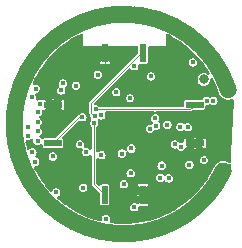
<source format=gtl>
G04 #@! TF.GenerationSoftware,KiCad,Pcbnew,(7.0.0-0)*
G04 #@! TF.CreationDate,2024-02-23T22:29:39+08:00*
G04 #@! TF.ProjectId,Revolute,5265766f-6c75-4746-952e-6b696361645f,rev?*
G04 #@! TF.SameCoordinates,Original*
G04 #@! TF.FileFunction,Copper,L1,Top*
G04 #@! TF.FilePolarity,Positive*
%FSLAX46Y46*%
G04 Gerber Fmt 4.6, Leading zero omitted, Abs format (unit mm)*
G04 Created by KiCad (PCBNEW (7.0.0-0)) date 2024-02-23 22:29:39*
%MOMM*%
%LPD*%
G01*
G04 APERTURE LIST*
G04 Aperture macros list*
%AMRoundRect*
0 Rectangle with rounded corners*
0 $1 Rounding radius*
0 $2 $3 $4 $5 $6 $7 $8 $9 X,Y pos of 4 corners*
0 Add a 4 corners polygon primitive as box body*
4,1,4,$2,$3,$4,$5,$6,$7,$8,$9,$2,$3,0*
0 Add four circle primitives for the rounded corners*
1,1,$1+$1,$2,$3*
1,1,$1+$1,$4,$5*
1,1,$1+$1,$6,$7*
1,1,$1+$1,$8,$9*
0 Add four rect primitives between the rounded corners*
20,1,$1+$1,$2,$3,$4,$5,0*
20,1,$1+$1,$4,$5,$6,$7,0*
20,1,$1+$1,$6,$7,$8,$9,0*
20,1,$1+$1,$8,$9,$2,$3,0*%
G04 Aperture macros list end*
G04 #@! TA.AperFunction,NonConductor*
%ADD10C,1.400000*%
G04 #@! TD*
G04 #@! TA.AperFunction,SMDPad,CuDef*
%ADD11RoundRect,0.030000X0.245000X-0.720000X0.245000X0.720000X-0.245000X0.720000X-0.245000X-0.720000X0*%
G04 #@! TD*
G04 #@! TA.AperFunction,SMDPad,CuDef*
%ADD12RoundRect,0.030000X0.720000X0.245000X-0.720000X0.245000X-0.720000X-0.245000X0.720000X-0.245000X0*%
G04 #@! TD*
G04 #@! TA.AperFunction,SMDPad,CuDef*
%ADD13RoundRect,0.030000X-0.245000X0.720000X-0.245000X-0.720000X0.245000X-0.720000X0.245000X0.720000X0*%
G04 #@! TD*
G04 #@! TA.AperFunction,SMDPad,CuDef*
%ADD14RoundRect,0.030000X-0.720000X-0.245000X0.720000X-0.245000X0.720000X0.245000X-0.720000X0.245000X0*%
G04 #@! TD*
G04 #@! TA.AperFunction,ViaPad*
%ADD15C,0.450000*%
G04 #@! TD*
G04 #@! TA.AperFunction,ViaPad*
%ADD16C,0.800000*%
G04 #@! TD*
G04 #@! TA.AperFunction,Conductor*
%ADD17C,0.100000*%
G04 #@! TD*
G04 APERTURE END LIST*
D10*
X179837312Y-92103248D02*
G75*
G03*
X170999959Y-85700040I-8837312J-2896752D01*
G01*
X170999959Y-85700041D02*
G75*
G03*
X179408767Y-98972690I1J-9299999D01*
G01*
D11*
X169375000Y-89000000D03*
X172625000Y-89000000D03*
D12*
X177000000Y-96625000D03*
X177000000Y-93375000D03*
D13*
X172625000Y-101000000D03*
X169375000Y-101000000D03*
D14*
X165000000Y-93375000D03*
X165000000Y-96625000D03*
D15*
X164860188Y-98320188D03*
X176974773Y-102514392D03*
X175075000Y-101800000D03*
X180150000Y-92200000D03*
X162530000Y-98190000D03*
X162170000Y-97260000D03*
X173070000Y-101600000D03*
X163002637Y-90024235D03*
X169700000Y-98550000D03*
X164930000Y-100200000D03*
X169450000Y-90200000D03*
X179911016Y-98562057D03*
X174794755Y-103788534D03*
X165190000Y-91647017D03*
X173847847Y-104118323D03*
X179003299Y-100302672D03*
X171197360Y-104516761D03*
X166164828Y-88520000D03*
X177728879Y-101845893D03*
X167764828Y-90914500D03*
X165820000Y-101120000D03*
X173042312Y-91762312D03*
X177280000Y-96930000D03*
D16*
X175240000Y-88600000D03*
D15*
X165485188Y-93614812D03*
X179505160Y-99451662D03*
X171570000Y-99170000D03*
X174075000Y-99550000D03*
X165257553Y-100780442D03*
X163705500Y-94005610D03*
X163490000Y-98190000D03*
X170350000Y-92300000D03*
X167829500Y-97390877D03*
X166950000Y-91750000D03*
D16*
X177770000Y-91230000D03*
D15*
X171875000Y-102050000D03*
X175325000Y-96725000D03*
X163250000Y-97400000D03*
X163199979Y-92750054D03*
X173725000Y-95150000D03*
X173206347Y-95424500D03*
X163893472Y-93316129D03*
X174800000Y-99600000D03*
X167550000Y-100400000D03*
X171000000Y-100100000D03*
X169480000Y-103044502D03*
X173300000Y-90975000D03*
X174675000Y-95050000D03*
X176850000Y-89775000D03*
X173650000Y-94525000D03*
X178000000Y-93050000D03*
X171875000Y-90100000D03*
X178570000Y-93050000D03*
X170825000Y-97500000D03*
X175775000Y-95250000D03*
X163705500Y-95634390D03*
X162878125Y-95220000D03*
X176400000Y-95275000D03*
X171625000Y-97075000D03*
X177782947Y-98050500D03*
X163705500Y-94834390D03*
X175831146Y-96938938D03*
X163521115Y-92010576D03*
X169075498Y-94270000D03*
X165695578Y-92150000D03*
X165850000Y-91550000D03*
X168795000Y-90825000D03*
X167283750Y-96707446D03*
X169095000Y-97637500D03*
X171520000Y-92810000D03*
X164990000Y-97753518D03*
X168620000Y-93750000D03*
X167478125Y-94420000D03*
X168531500Y-94347580D03*
X163689290Y-96424268D03*
X174202934Y-98520019D03*
X176550000Y-98450000D03*
X162878125Y-96020000D03*
X168476199Y-94932946D03*
D17*
X169375000Y-90125000D02*
X169450000Y-90200000D01*
X169375000Y-89000000D02*
X169375000Y-90125000D01*
X176625000Y-93750000D02*
X177000000Y-93375000D01*
X168620000Y-93750000D02*
X176625000Y-93750000D01*
X167205000Y-94420000D02*
X165000000Y-96625000D01*
X167478125Y-94420000D02*
X167205000Y-94420000D01*
X168245000Y-94061080D02*
X168531500Y-94347580D01*
X172444669Y-89000000D02*
X168245000Y-93199669D01*
X168245000Y-93199669D02*
X168245000Y-94061080D01*
X172625000Y-89000000D02*
X172444669Y-89000000D01*
X168476199Y-94932946D02*
X168476199Y-100101199D01*
X168476199Y-100101199D02*
X169233579Y-100858579D01*
G04 #@! TA.AperFunction,Conductor*
G36*
X167472399Y-87368615D02*
G01*
X167514650Y-87413579D01*
X167530000Y-87473339D01*
X167530000Y-88420000D01*
X169097191Y-88420000D01*
X169144644Y-88429439D01*
X169184872Y-88456319D01*
X169363457Y-88634904D01*
X169375000Y-88641568D01*
X169386542Y-88634904D01*
X169565128Y-88456319D01*
X169605356Y-88429439D01*
X169652809Y-88420000D01*
X172095500Y-88420000D01*
X172157500Y-88436613D01*
X172202887Y-88482000D01*
X172219500Y-88544000D01*
X172219500Y-88918542D01*
X172210061Y-88965995D01*
X172183181Y-89006223D01*
X168136933Y-93052469D01*
X168119698Y-93066834D01*
X168118242Y-93067838D01*
X168118239Y-93067840D01*
X168105850Y-93076393D01*
X168098852Y-93089724D01*
X168098850Y-93089728D01*
X168089445Y-93107647D01*
X168085771Y-93114162D01*
X168073185Y-93134983D01*
X168067515Y-93144363D01*
X168067168Y-93150095D01*
X168064500Y-93155180D01*
X168064500Y-93166146D01*
X168064500Y-93190472D01*
X168064274Y-93197957D01*
X168062144Y-93233179D01*
X168062023Y-93233171D01*
X168061826Y-93238414D01*
X168064500Y-93238414D01*
X168064500Y-94033408D01*
X168062469Y-94055759D01*
X168059437Y-94072305D01*
X168063916Y-94086680D01*
X168063917Y-94086683D01*
X168069934Y-94105993D01*
X168071945Y-94113206D01*
X168077767Y-94136829D01*
X168077769Y-94136833D01*
X168080392Y-94147473D01*
X168084200Y-94151772D01*
X168085909Y-94157254D01*
X168093661Y-94165005D01*
X168093661Y-94165006D01*
X168110852Y-94182197D01*
X168115986Y-94187650D01*
X168139396Y-94214074D01*
X168137546Y-94215712D01*
X168167375Y-94252168D01*
X168175872Y-94320399D01*
X168173095Y-94337935D01*
X168173095Y-94337945D01*
X168171569Y-94347580D01*
X168173095Y-94357215D01*
X168173095Y-94357219D01*
X168187657Y-94449162D01*
X168187658Y-94449166D01*
X168189185Y-94458805D01*
X168235506Y-94549715D01*
X168248852Y-94599517D01*
X168240787Y-94650444D01*
X168212705Y-94693687D01*
X168185009Y-94721384D01*
X168180576Y-94730082D01*
X168180575Y-94730085D01*
X168138316Y-94813021D01*
X168138314Y-94813026D01*
X168133884Y-94821721D01*
X168132357Y-94831357D01*
X168132356Y-94831363D01*
X168125654Y-94873683D01*
X168116268Y-94932946D01*
X168117795Y-94942587D01*
X168132356Y-95034528D01*
X168132357Y-95034532D01*
X168133884Y-95044171D01*
X168138315Y-95052867D01*
X168138316Y-95052870D01*
X168177044Y-95128876D01*
X168185009Y-95144508D01*
X168191913Y-95151412D01*
X168259380Y-95218879D01*
X168286260Y-95259107D01*
X168295699Y-95306560D01*
X168295699Y-97054962D01*
X168282184Y-97111257D01*
X168244584Y-97155280D01*
X168191097Y-97177435D01*
X168133381Y-97172893D01*
X168084018Y-97142643D01*
X168047966Y-97106591D01*
X168041062Y-97099687D01*
X168011533Y-97084641D01*
X167949424Y-97052994D01*
X167949421Y-97052993D01*
X167940725Y-97048562D01*
X167931086Y-97047035D01*
X167931082Y-97047034D01*
X167839141Y-97032473D01*
X167829500Y-97030946D01*
X167730916Y-97046559D01*
X167664066Y-97038647D01*
X167611201Y-96996970D01*
X167587902Y-96933813D01*
X167601034Y-96867794D01*
X167626065Y-96818671D01*
X167643681Y-96707446D01*
X167626065Y-96596221D01*
X167574940Y-96495884D01*
X167495312Y-96416256D01*
X167471573Y-96404160D01*
X167403674Y-96369563D01*
X167403671Y-96369562D01*
X167394975Y-96365131D01*
X167385336Y-96363604D01*
X167385332Y-96363603D01*
X167293391Y-96349042D01*
X167283750Y-96347515D01*
X167274109Y-96349042D01*
X167182167Y-96363603D01*
X167182161Y-96363604D01*
X167172525Y-96365131D01*
X167163830Y-96369561D01*
X167163825Y-96369563D01*
X167080889Y-96411822D01*
X167080886Y-96411823D01*
X167072188Y-96416256D01*
X167065286Y-96423157D01*
X167065283Y-96423160D01*
X166999464Y-96488979D01*
X166999461Y-96488982D01*
X166992560Y-96495884D01*
X166988127Y-96504582D01*
X166988126Y-96504585D01*
X166945867Y-96587521D01*
X166945865Y-96587526D01*
X166941435Y-96596221D01*
X166939908Y-96605857D01*
X166939907Y-96605863D01*
X166926012Y-96693594D01*
X166923819Y-96707446D01*
X166925346Y-96717087D01*
X166939907Y-96809028D01*
X166939908Y-96809032D01*
X166941435Y-96818671D01*
X166945866Y-96827367D01*
X166945867Y-96827370D01*
X166972537Y-96879711D01*
X166992560Y-96919008D01*
X167072188Y-96998636D01*
X167172525Y-97049761D01*
X167283750Y-97067377D01*
X167382333Y-97051763D01*
X167449181Y-97059675D01*
X167502047Y-97101350D01*
X167525347Y-97164506D01*
X167512214Y-97230530D01*
X167492623Y-97268980D01*
X167487185Y-97279652D01*
X167485658Y-97289288D01*
X167485657Y-97289294D01*
X167474243Y-97361368D01*
X167469569Y-97390877D01*
X167471096Y-97400518D01*
X167485657Y-97492459D01*
X167485658Y-97492463D01*
X167487185Y-97502102D01*
X167491616Y-97510798D01*
X167491617Y-97510801D01*
X167504415Y-97535917D01*
X167538310Y-97602439D01*
X167617938Y-97682067D01*
X167718275Y-97733192D01*
X167829500Y-97750808D01*
X167940725Y-97733192D01*
X168041062Y-97682067D01*
X168084018Y-97639111D01*
X168133381Y-97608861D01*
X168191097Y-97604319D01*
X168244584Y-97626474D01*
X168282184Y-97670497D01*
X168295699Y-97726792D01*
X168295699Y-100073527D01*
X168293668Y-100095878D01*
X168290636Y-100112424D01*
X168295115Y-100126799D01*
X168295116Y-100126802D01*
X168301133Y-100146112D01*
X168303144Y-100153325D01*
X168308966Y-100176948D01*
X168308968Y-100176952D01*
X168311591Y-100187592D01*
X168315399Y-100191891D01*
X168317108Y-100197373D01*
X168324860Y-100205124D01*
X168324860Y-100205125D01*
X168342051Y-100222316D01*
X168347185Y-100227769D01*
X168370595Y-100254193D01*
X168370510Y-100254267D01*
X168374079Y-100258113D01*
X168375964Y-100256229D01*
X168933181Y-100813446D01*
X168960061Y-100853674D01*
X168969500Y-100901127D01*
X168969500Y-101735806D01*
X168970688Y-101741781D01*
X168970689Y-101741785D01*
X168976429Y-101770642D01*
X168976430Y-101770644D01*
X168978813Y-101782624D01*
X169014286Y-101835714D01*
X169067376Y-101871187D01*
X169114194Y-101880500D01*
X169629711Y-101880500D01*
X169635806Y-101880500D01*
X169682624Y-101871187D01*
X169735714Y-101835714D01*
X169771187Y-101782624D01*
X169780500Y-101735806D01*
X169780500Y-101106770D01*
X172150000Y-101106770D01*
X172152230Y-101116061D01*
X172160377Y-101111068D01*
X172259904Y-101011542D01*
X172266568Y-101000000D01*
X172983431Y-101000000D01*
X172990095Y-101011542D01*
X173089621Y-101111068D01*
X173097768Y-101116060D01*
X173099999Y-101106770D01*
X173099999Y-100893229D01*
X173097768Y-100883938D01*
X173089621Y-100888930D01*
X172990096Y-100988456D01*
X172983431Y-101000000D01*
X172266568Y-101000000D01*
X172259903Y-100988456D01*
X172160377Y-100888930D01*
X172152230Y-100883938D01*
X172150000Y-100893229D01*
X172150000Y-101106770D01*
X169780500Y-101106770D01*
X169780500Y-100264194D01*
X169771187Y-100217376D01*
X169735714Y-100164286D01*
X169719309Y-100153325D01*
X169692780Y-100135599D01*
X169682624Y-100128813D01*
X169670644Y-100126430D01*
X169670642Y-100126429D01*
X169641785Y-100120689D01*
X169641781Y-100120688D01*
X169635806Y-100119500D01*
X169114194Y-100119500D01*
X169108219Y-100120688D01*
X169108214Y-100120689D01*
X169079357Y-100126429D01*
X169079353Y-100126430D01*
X169067376Y-100128813D01*
X169057221Y-100135598D01*
X169057219Y-100135599D01*
X169024438Y-100157502D01*
X169024435Y-100157504D01*
X169014286Y-100164286D01*
X169007502Y-100174437D01*
X168998864Y-100183077D01*
X168997895Y-100182108D01*
X168970855Y-100207849D01*
X168919262Y-100224889D01*
X168865336Y-100218237D01*
X168819432Y-100189167D01*
X168730265Y-100100000D01*
X170640069Y-100100000D01*
X170641596Y-100109641D01*
X170656157Y-100201582D01*
X170656158Y-100201586D01*
X170657685Y-100211225D01*
X170662116Y-100219921D01*
X170662117Y-100219924D01*
X170679616Y-100254267D01*
X170708810Y-100311562D01*
X170788438Y-100391190D01*
X170888775Y-100442315D01*
X171000000Y-100459931D01*
X171111225Y-100442315D01*
X171211562Y-100391190D01*
X171291190Y-100311562D01*
X171342315Y-100211225D01*
X171346211Y-100186626D01*
X172169128Y-100186626D01*
X172175621Y-100197068D01*
X172613457Y-100634904D01*
X172624999Y-100641568D01*
X172636542Y-100634904D01*
X173074376Y-100197069D01*
X173080870Y-100186626D01*
X173076539Y-100175119D01*
X173042607Y-100124335D01*
X173025662Y-100107391D01*
X172969899Y-100070131D01*
X172947761Y-100060961D01*
X172898633Y-100051189D01*
X172886557Y-100050000D01*
X172363437Y-100050000D01*
X172351376Y-100051188D01*
X172302237Y-100060962D01*
X172280101Y-100070131D01*
X172224337Y-100107391D01*
X172207392Y-100124335D01*
X172173458Y-100175120D01*
X172169128Y-100186626D01*
X171346211Y-100186626D01*
X171359931Y-100100000D01*
X171342315Y-99988775D01*
X171291190Y-99888438D01*
X171211562Y-99808810D01*
X171147174Y-99776002D01*
X171119924Y-99762117D01*
X171119921Y-99762116D01*
X171111225Y-99757685D01*
X171101586Y-99756158D01*
X171101582Y-99756157D01*
X171009641Y-99741596D01*
X171000000Y-99740069D01*
X170990359Y-99741596D01*
X170898417Y-99756157D01*
X170898411Y-99756158D01*
X170888775Y-99757685D01*
X170880080Y-99762115D01*
X170880075Y-99762117D01*
X170797139Y-99804376D01*
X170797136Y-99804377D01*
X170788438Y-99808810D01*
X170781536Y-99815711D01*
X170781533Y-99815714D01*
X170715714Y-99881533D01*
X170715711Y-99881536D01*
X170708810Y-99888438D01*
X170704377Y-99897136D01*
X170704376Y-99897139D01*
X170662117Y-99980075D01*
X170662115Y-99980080D01*
X170657685Y-99988775D01*
X170656158Y-99998411D01*
X170656157Y-99998417D01*
X170647013Y-100056157D01*
X170640069Y-100100000D01*
X168730265Y-100100000D01*
X168693018Y-100062753D01*
X168666138Y-100022525D01*
X168656699Y-99975072D01*
X168656699Y-99550000D01*
X173715069Y-99550000D01*
X173716596Y-99559641D01*
X173731157Y-99651582D01*
X173731158Y-99651586D01*
X173732685Y-99661225D01*
X173737116Y-99669921D01*
X173737117Y-99669924D01*
X173762594Y-99719924D01*
X173783810Y-99761562D01*
X173863438Y-99841190D01*
X173963775Y-99892315D01*
X174075000Y-99909931D01*
X174186225Y-99892315D01*
X174286562Y-99841190D01*
X174326186Y-99801565D01*
X174370945Y-99772912D01*
X174423592Y-99765629D01*
X174474452Y-99781056D01*
X174508797Y-99811574D01*
X174508810Y-99811562D01*
X174588438Y-99891190D01*
X174688775Y-99942315D01*
X174800000Y-99959931D01*
X174911225Y-99942315D01*
X175011562Y-99891190D01*
X175091190Y-99811562D01*
X175142315Y-99711225D01*
X175159931Y-99600000D01*
X175142315Y-99488775D01*
X175091190Y-99388438D01*
X175011562Y-99308810D01*
X174974497Y-99289924D01*
X174919924Y-99262117D01*
X174919921Y-99262116D01*
X174911225Y-99257685D01*
X174901586Y-99256158D01*
X174901582Y-99256157D01*
X174809641Y-99241596D01*
X174800000Y-99240069D01*
X174790359Y-99241596D01*
X174698417Y-99256157D01*
X174698411Y-99256158D01*
X174688775Y-99257685D01*
X174680080Y-99262115D01*
X174680075Y-99262117D01*
X174597139Y-99304376D01*
X174597136Y-99304377D01*
X174588438Y-99308810D01*
X174581535Y-99315712D01*
X174581532Y-99315715D01*
X174548813Y-99348434D01*
X174504051Y-99377088D01*
X174451404Y-99384370D01*
X174400545Y-99368942D01*
X174366202Y-99338425D01*
X174366190Y-99338438D01*
X174286562Y-99258810D01*
X174252778Y-99241596D01*
X174194924Y-99212117D01*
X174194921Y-99212116D01*
X174186225Y-99207685D01*
X174176586Y-99206158D01*
X174176582Y-99206157D01*
X174084641Y-99191596D01*
X174075000Y-99190069D01*
X174065359Y-99191596D01*
X173973417Y-99206157D01*
X173973411Y-99206158D01*
X173963775Y-99207685D01*
X173955080Y-99212115D01*
X173955075Y-99212117D01*
X173872139Y-99254376D01*
X173872136Y-99254377D01*
X173863438Y-99258810D01*
X173856536Y-99265711D01*
X173856533Y-99265714D01*
X173790714Y-99331533D01*
X173790711Y-99331536D01*
X173783810Y-99338438D01*
X173779377Y-99347136D01*
X173779376Y-99347139D01*
X173737117Y-99430075D01*
X173737115Y-99430080D01*
X173732685Y-99438775D01*
X173731158Y-99448411D01*
X173731157Y-99448417D01*
X173717262Y-99536148D01*
X173715069Y-99550000D01*
X168656699Y-99550000D01*
X168656699Y-99170000D01*
X171210069Y-99170000D01*
X171211596Y-99179641D01*
X171226157Y-99271582D01*
X171226158Y-99271586D01*
X171227685Y-99281225D01*
X171232116Y-99289921D01*
X171232117Y-99289924D01*
X171256728Y-99338225D01*
X171278810Y-99381562D01*
X171358438Y-99461190D01*
X171458775Y-99512315D01*
X171570000Y-99529931D01*
X171681225Y-99512315D01*
X171781562Y-99461190D01*
X171861190Y-99381562D01*
X171912315Y-99281225D01*
X171929931Y-99170000D01*
X171912315Y-99058775D01*
X171861190Y-98958438D01*
X171781562Y-98878810D01*
X171772860Y-98874376D01*
X171689924Y-98832117D01*
X171689921Y-98832116D01*
X171681225Y-98827685D01*
X171671586Y-98826158D01*
X171671582Y-98826157D01*
X171579641Y-98811596D01*
X171570000Y-98810069D01*
X171560359Y-98811596D01*
X171468417Y-98826157D01*
X171468411Y-98826158D01*
X171458775Y-98827685D01*
X171450080Y-98832115D01*
X171450075Y-98832117D01*
X171367139Y-98874376D01*
X171367136Y-98874377D01*
X171358438Y-98878810D01*
X171351536Y-98885711D01*
X171351533Y-98885714D01*
X171285714Y-98951533D01*
X171285711Y-98951536D01*
X171278810Y-98958438D01*
X171274377Y-98967136D01*
X171274376Y-98967139D01*
X171232117Y-99050075D01*
X171232115Y-99050080D01*
X171227685Y-99058775D01*
X171226158Y-99068411D01*
X171226157Y-99068417D01*
X171212262Y-99156148D01*
X171210069Y-99170000D01*
X168656699Y-99170000D01*
X168656699Y-98520019D01*
X173843003Y-98520019D01*
X173844530Y-98529660D01*
X173859091Y-98621601D01*
X173859092Y-98621605D01*
X173860619Y-98631244D01*
X173911744Y-98731581D01*
X173991372Y-98811209D01*
X174091709Y-98862334D01*
X174202934Y-98879950D01*
X174314159Y-98862334D01*
X174414496Y-98811209D01*
X174494124Y-98731581D01*
X174545249Y-98631244D01*
X174562865Y-98520019D01*
X174551775Y-98450000D01*
X176190069Y-98450000D01*
X176191596Y-98459641D01*
X176206157Y-98551582D01*
X176206158Y-98551586D01*
X176207685Y-98561225D01*
X176212116Y-98569921D01*
X176212117Y-98569924D01*
X176243362Y-98631244D01*
X176258810Y-98661562D01*
X176338438Y-98741190D01*
X176438775Y-98792315D01*
X176550000Y-98809931D01*
X176661225Y-98792315D01*
X176761562Y-98741190D01*
X176841190Y-98661562D01*
X176892315Y-98561225D01*
X176909931Y-98450000D01*
X176892315Y-98338775D01*
X176841190Y-98238438D01*
X176761562Y-98158810D01*
X176725792Y-98140584D01*
X176669924Y-98112117D01*
X176669921Y-98112116D01*
X176661225Y-98107685D01*
X176651586Y-98106158D01*
X176651582Y-98106157D01*
X176559641Y-98091596D01*
X176550000Y-98090069D01*
X176540359Y-98091596D01*
X176448417Y-98106157D01*
X176448411Y-98106158D01*
X176438775Y-98107685D01*
X176430080Y-98112115D01*
X176430075Y-98112117D01*
X176347139Y-98154376D01*
X176347136Y-98154377D01*
X176338438Y-98158810D01*
X176331536Y-98165711D01*
X176331533Y-98165714D01*
X176265714Y-98231533D01*
X176265711Y-98231536D01*
X176258810Y-98238438D01*
X176254377Y-98247136D01*
X176254376Y-98247139D01*
X176212117Y-98330075D01*
X176212115Y-98330080D01*
X176207685Y-98338775D01*
X176206158Y-98348411D01*
X176206157Y-98348417D01*
X176197152Y-98405279D01*
X176190069Y-98450000D01*
X174551775Y-98450000D01*
X174545249Y-98408794D01*
X174494124Y-98308457D01*
X174414496Y-98228829D01*
X174383890Y-98213234D01*
X174322858Y-98182136D01*
X174322855Y-98182135D01*
X174314159Y-98177704D01*
X174304520Y-98176177D01*
X174304516Y-98176176D01*
X174212575Y-98161615D01*
X174202934Y-98160088D01*
X174193293Y-98161615D01*
X174101351Y-98176176D01*
X174101345Y-98176177D01*
X174091709Y-98177704D01*
X174083014Y-98182134D01*
X174083009Y-98182136D01*
X174000073Y-98224395D01*
X174000070Y-98224396D01*
X173991372Y-98228829D01*
X173984470Y-98235730D01*
X173984467Y-98235733D01*
X173918648Y-98301552D01*
X173918645Y-98301555D01*
X173911744Y-98308457D01*
X173907311Y-98317155D01*
X173907310Y-98317158D01*
X173865051Y-98400094D01*
X173865049Y-98400099D01*
X173860619Y-98408794D01*
X173859092Y-98418430D01*
X173859091Y-98418436D01*
X173847249Y-98493211D01*
X173843003Y-98520019D01*
X168656699Y-98520019D01*
X168656699Y-98050500D01*
X177423016Y-98050500D01*
X177424543Y-98060141D01*
X177439104Y-98152082D01*
X177439105Y-98152086D01*
X177440632Y-98161725D01*
X177445063Y-98170421D01*
X177445064Y-98170424D01*
X177479720Y-98238438D01*
X177491757Y-98262062D01*
X177571385Y-98341690D01*
X177671722Y-98392815D01*
X177782947Y-98410431D01*
X177894172Y-98392815D01*
X177994509Y-98341690D01*
X178074137Y-98262062D01*
X178125262Y-98161725D01*
X178142878Y-98050500D01*
X178125262Y-97939275D01*
X178074137Y-97838938D01*
X177994509Y-97759310D01*
X177973735Y-97748725D01*
X177902871Y-97712617D01*
X177902868Y-97712616D01*
X177894172Y-97708185D01*
X177884533Y-97706658D01*
X177884529Y-97706657D01*
X177792588Y-97692096D01*
X177782947Y-97690569D01*
X177773306Y-97692096D01*
X177681364Y-97706657D01*
X177681358Y-97706658D01*
X177671722Y-97708185D01*
X177663027Y-97712615D01*
X177663022Y-97712617D01*
X177580086Y-97754876D01*
X177580083Y-97754877D01*
X177571385Y-97759310D01*
X177564483Y-97766211D01*
X177564480Y-97766214D01*
X177498661Y-97832033D01*
X177498658Y-97832036D01*
X177491757Y-97838938D01*
X177487324Y-97847636D01*
X177487323Y-97847639D01*
X177445064Y-97930575D01*
X177445062Y-97930580D01*
X177440632Y-97939275D01*
X177439105Y-97948911D01*
X177439104Y-97948917D01*
X177435451Y-97971984D01*
X177423016Y-98050500D01*
X168656699Y-98050500D01*
X168656699Y-98001313D01*
X168670214Y-97945018D01*
X168707814Y-97900995D01*
X168761301Y-97878840D01*
X168819017Y-97883382D01*
X168868380Y-97913632D01*
X168883438Y-97928690D01*
X168983775Y-97979815D01*
X169095000Y-97997431D01*
X169206225Y-97979815D01*
X169306562Y-97928690D01*
X169386190Y-97849062D01*
X169437315Y-97748725D01*
X169454931Y-97637500D01*
X169437315Y-97526275D01*
X169423927Y-97500000D01*
X170465069Y-97500000D01*
X170466596Y-97509641D01*
X170481157Y-97601582D01*
X170481158Y-97601586D01*
X170482685Y-97611225D01*
X170487116Y-97619921D01*
X170487117Y-97619924D01*
X170498515Y-97642293D01*
X170533810Y-97711562D01*
X170613438Y-97791190D01*
X170713775Y-97842315D01*
X170825000Y-97859931D01*
X170936225Y-97842315D01*
X171036562Y-97791190D01*
X171116190Y-97711562D01*
X171167315Y-97611225D01*
X171184931Y-97500000D01*
X171176446Y-97446428D01*
X171182249Y-97385030D01*
X171216916Y-97334020D01*
X171271869Y-97306019D01*
X171333514Y-97307957D01*
X171386600Y-97339352D01*
X171413438Y-97366190D01*
X171513775Y-97417315D01*
X171625000Y-97434931D01*
X171736225Y-97417315D01*
X171836562Y-97366190D01*
X171916190Y-97286562D01*
X171967315Y-97186225D01*
X171984931Y-97075000D01*
X171967315Y-96963775D01*
X171916190Y-96863438D01*
X171836562Y-96783810D01*
X171827860Y-96779376D01*
X171744924Y-96737117D01*
X171744921Y-96737116D01*
X171736225Y-96732685D01*
X171726586Y-96731158D01*
X171726582Y-96731157D01*
X171687705Y-96725000D01*
X174965069Y-96725000D01*
X174966596Y-96734641D01*
X174981157Y-96826582D01*
X174981158Y-96826586D01*
X174982685Y-96836225D01*
X174987116Y-96844921D01*
X174987117Y-96844924D01*
X175014484Y-96898633D01*
X175033810Y-96936562D01*
X175113438Y-97016190D01*
X175213775Y-97067315D01*
X175325000Y-97084931D01*
X175404010Y-97072417D01*
X175455499Y-97075115D01*
X175501441Y-97098523D01*
X175533888Y-97138592D01*
X175539956Y-97150500D01*
X175619584Y-97230128D01*
X175719921Y-97281253D01*
X175831146Y-97298869D01*
X175942371Y-97281253D01*
X176042708Y-97230128D01*
X176122336Y-97150500D01*
X176128770Y-97137872D01*
X176165597Y-97097768D01*
X176883938Y-97097768D01*
X176893229Y-97099999D01*
X177106770Y-97099999D01*
X177116060Y-97097768D01*
X177111068Y-97089621D01*
X177011542Y-96990095D01*
X177000000Y-96983431D01*
X176988456Y-96990096D01*
X176888930Y-97089621D01*
X176883938Y-97097768D01*
X176165597Y-97097768D01*
X176173777Y-97088860D01*
X176197069Y-97074376D01*
X176634904Y-96636542D01*
X176641568Y-96625000D01*
X177358431Y-96625000D01*
X177365095Y-96636542D01*
X177802929Y-97074376D01*
X177813372Y-97080870D01*
X177824880Y-97076538D01*
X177875665Y-97042606D01*
X177892606Y-97025665D01*
X177929868Y-96969899D01*
X177939038Y-96947761D01*
X177948810Y-96898633D01*
X177949999Y-96886557D01*
X177949999Y-96363437D01*
X177948811Y-96351376D01*
X177939037Y-96302237D01*
X177929868Y-96280101D01*
X177892606Y-96224334D01*
X177875665Y-96207393D01*
X177824879Y-96173459D01*
X177813372Y-96169128D01*
X177802929Y-96175622D01*
X177365096Y-96613456D01*
X177358431Y-96625000D01*
X176641568Y-96625000D01*
X176634904Y-96613457D01*
X176197068Y-96175621D01*
X176186626Y-96169128D01*
X176175120Y-96173458D01*
X176124335Y-96207392D01*
X176107391Y-96224337D01*
X176070131Y-96280100D01*
X176060961Y-96302238D01*
X176051189Y-96351366D01*
X176050000Y-96363443D01*
X176050000Y-96468485D01*
X176038610Y-96520399D01*
X176006532Y-96562775D01*
X175959659Y-96587829D01*
X175906602Y-96590957D01*
X175831146Y-96579007D01*
X175752134Y-96591520D01*
X175700644Y-96588821D01*
X175654701Y-96565411D01*
X175622255Y-96525342D01*
X175616190Y-96513438D01*
X175536562Y-96433810D01*
X175493409Y-96411822D01*
X175444924Y-96387117D01*
X175444921Y-96387116D01*
X175436225Y-96382685D01*
X175426586Y-96381158D01*
X175426582Y-96381157D01*
X175334641Y-96366596D01*
X175325000Y-96365069D01*
X175315359Y-96366596D01*
X175223417Y-96381157D01*
X175223411Y-96381158D01*
X175213775Y-96382685D01*
X175205080Y-96387115D01*
X175205075Y-96387117D01*
X175122139Y-96429376D01*
X175122136Y-96429377D01*
X175113438Y-96433810D01*
X175106536Y-96440711D01*
X175106533Y-96440714D01*
X175040714Y-96506533D01*
X175040711Y-96506536D01*
X175033810Y-96513438D01*
X175029379Y-96522135D01*
X175029376Y-96522139D01*
X174987117Y-96605075D01*
X174987115Y-96605080D01*
X174982685Y-96613775D01*
X174981158Y-96623411D01*
X174981157Y-96623417D01*
X174969685Y-96695854D01*
X174965069Y-96725000D01*
X171687705Y-96725000D01*
X171634641Y-96716596D01*
X171625000Y-96715069D01*
X171615359Y-96716596D01*
X171523417Y-96731157D01*
X171523411Y-96731158D01*
X171513775Y-96732685D01*
X171505080Y-96737115D01*
X171505075Y-96737117D01*
X171422139Y-96779376D01*
X171422136Y-96779377D01*
X171413438Y-96783810D01*
X171406536Y-96790711D01*
X171406533Y-96790714D01*
X171340714Y-96856533D01*
X171340711Y-96856536D01*
X171333810Y-96863438D01*
X171329377Y-96872136D01*
X171329376Y-96872139D01*
X171287117Y-96955075D01*
X171287115Y-96955080D01*
X171282685Y-96963775D01*
X171281158Y-96973411D01*
X171281157Y-96973417D01*
X171268749Y-97051763D01*
X171265069Y-97075000D01*
X171266596Y-97084641D01*
X171266596Y-97084642D01*
X171273553Y-97128569D01*
X171267749Y-97189970D01*
X171233082Y-97240980D01*
X171178129Y-97268980D01*
X171116485Y-97267042D01*
X171063399Y-97235647D01*
X171043466Y-97215714D01*
X171036562Y-97208810D01*
X170999587Y-97189970D01*
X170944924Y-97162117D01*
X170944921Y-97162116D01*
X170936225Y-97157685D01*
X170926586Y-97156158D01*
X170926582Y-97156157D01*
X170834641Y-97141596D01*
X170825000Y-97140069D01*
X170815359Y-97141596D01*
X170723417Y-97156157D01*
X170723411Y-97156158D01*
X170713775Y-97157685D01*
X170705080Y-97162115D01*
X170705075Y-97162117D01*
X170622139Y-97204376D01*
X170622136Y-97204377D01*
X170613438Y-97208810D01*
X170606536Y-97215711D01*
X170606533Y-97215714D01*
X170540714Y-97281533D01*
X170540711Y-97281536D01*
X170533810Y-97288438D01*
X170529377Y-97297136D01*
X170529376Y-97297139D01*
X170487117Y-97380075D01*
X170487115Y-97380080D01*
X170482685Y-97388775D01*
X170481158Y-97398411D01*
X170481157Y-97398417D01*
X170469942Y-97469232D01*
X170465069Y-97500000D01*
X169423927Y-97500000D01*
X169386190Y-97425938D01*
X169306562Y-97346310D01*
X169274517Y-97329982D01*
X169214924Y-97299617D01*
X169214921Y-97299616D01*
X169206225Y-97295185D01*
X169196586Y-97293658D01*
X169196582Y-97293657D01*
X169104641Y-97279096D01*
X169095000Y-97277569D01*
X169085359Y-97279096D01*
X168993417Y-97293657D01*
X168993411Y-97293658D01*
X168983775Y-97295185D01*
X168975080Y-97299615D01*
X168975075Y-97299617D01*
X168892139Y-97341876D01*
X168892136Y-97341877D01*
X168883438Y-97346310D01*
X168876536Y-97353211D01*
X168876533Y-97353214D01*
X168868380Y-97361368D01*
X168819017Y-97391618D01*
X168761301Y-97396160D01*
X168707814Y-97374005D01*
X168670214Y-97329982D01*
X168656699Y-97273687D01*
X168656699Y-96152230D01*
X176883938Y-96152230D01*
X176888930Y-96160377D01*
X176988456Y-96259903D01*
X177000000Y-96266568D01*
X177011542Y-96259904D01*
X177111068Y-96160377D01*
X177116061Y-96152230D01*
X177106770Y-96150000D01*
X176893229Y-96150000D01*
X176883938Y-96152230D01*
X168656699Y-96152230D01*
X168656699Y-95424500D01*
X172846416Y-95424500D01*
X172847943Y-95434141D01*
X172862504Y-95526082D01*
X172862505Y-95526086D01*
X172864032Y-95535725D01*
X172868463Y-95544421D01*
X172868464Y-95544424D01*
X172901064Y-95608404D01*
X172915157Y-95636062D01*
X172994785Y-95715690D01*
X173095122Y-95766815D01*
X173206347Y-95784431D01*
X173317572Y-95766815D01*
X173417909Y-95715690D01*
X173497537Y-95636062D01*
X173533093Y-95566279D01*
X173565538Y-95526214D01*
X173611480Y-95502805D01*
X173662971Y-95500107D01*
X173715358Y-95508404D01*
X173715359Y-95508404D01*
X173725000Y-95509931D01*
X173836225Y-95492315D01*
X173936562Y-95441190D01*
X174016190Y-95361562D01*
X174067315Y-95261225D01*
X174084931Y-95150000D01*
X174086611Y-95150266D01*
X174095852Y-95113878D01*
X174094220Y-95112592D01*
X174082847Y-95086121D01*
X174304147Y-95086121D01*
X174305780Y-95087408D01*
X174329877Y-95143496D01*
X174331157Y-95151581D01*
X174331158Y-95151584D01*
X174332685Y-95161225D01*
X174337116Y-95169921D01*
X174337117Y-95169924D01*
X174373006Y-95240359D01*
X174383810Y-95261562D01*
X174463438Y-95341190D01*
X174563775Y-95392315D01*
X174675000Y-95409931D01*
X174786225Y-95392315D01*
X174886562Y-95341190D01*
X174966190Y-95261562D01*
X174972081Y-95250000D01*
X175415069Y-95250000D01*
X175416596Y-95259641D01*
X175431157Y-95351582D01*
X175431158Y-95351586D01*
X175432685Y-95361225D01*
X175437116Y-95369921D01*
X175437117Y-95369924D01*
X175477149Y-95448489D01*
X175483810Y-95461562D01*
X175563438Y-95541190D01*
X175663775Y-95592315D01*
X175775000Y-95609931D01*
X175886225Y-95592315D01*
X175986562Y-95541190D01*
X175993468Y-95534283D01*
X176001358Y-95528552D01*
X176003290Y-95531211D01*
X176042906Y-95508339D01*
X176107094Y-95508339D01*
X176162681Y-95540432D01*
X176188438Y-95566190D01*
X176288775Y-95617315D01*
X176400000Y-95634931D01*
X176511225Y-95617315D01*
X176611562Y-95566190D01*
X176691190Y-95486562D01*
X176742315Y-95386225D01*
X176759931Y-95275000D01*
X176742315Y-95163775D01*
X176691190Y-95063438D01*
X176611562Y-94983810D01*
X176576047Y-94965714D01*
X176519924Y-94937117D01*
X176519921Y-94937116D01*
X176511225Y-94932685D01*
X176501586Y-94931158D01*
X176501582Y-94931157D01*
X176409641Y-94916596D01*
X176400000Y-94915069D01*
X176390359Y-94916596D01*
X176298417Y-94931157D01*
X176298411Y-94931158D01*
X176288775Y-94932685D01*
X176280080Y-94937115D01*
X176280075Y-94937117D01*
X176197139Y-94979376D01*
X176197136Y-94979377D01*
X176188438Y-94983810D01*
X176181534Y-94990713D01*
X176173642Y-94996448D01*
X176171709Y-94993788D01*
X176132094Y-95016661D01*
X176067906Y-95016661D01*
X176012319Y-94984567D01*
X175993466Y-94965714D01*
X175993466Y-94965713D01*
X175986562Y-94958810D01*
X175947242Y-94938775D01*
X175894924Y-94912117D01*
X175894921Y-94912116D01*
X175886225Y-94907685D01*
X175876586Y-94906158D01*
X175876582Y-94906157D01*
X175784641Y-94891596D01*
X175775000Y-94890069D01*
X175765359Y-94891596D01*
X175673417Y-94906157D01*
X175673411Y-94906158D01*
X175663775Y-94907685D01*
X175655080Y-94912115D01*
X175655075Y-94912117D01*
X175572139Y-94954376D01*
X175572136Y-94954377D01*
X175563438Y-94958810D01*
X175556536Y-94965711D01*
X175556533Y-94965714D01*
X175490714Y-95031533D01*
X175490711Y-95031536D01*
X175483810Y-95038438D01*
X175479377Y-95047136D01*
X175479376Y-95047139D01*
X175437117Y-95130075D01*
X175437115Y-95130080D01*
X175432685Y-95138775D01*
X175431158Y-95148411D01*
X175431157Y-95148417D01*
X175421347Y-95210362D01*
X175415069Y-95250000D01*
X174972081Y-95250000D01*
X175017315Y-95161225D01*
X175034931Y-95050000D01*
X175017315Y-94938775D01*
X174966190Y-94838438D01*
X174886562Y-94758810D01*
X174856448Y-94743466D01*
X174794924Y-94712117D01*
X174794921Y-94712116D01*
X174786225Y-94707685D01*
X174776586Y-94706158D01*
X174776582Y-94706157D01*
X174684641Y-94691596D01*
X174675000Y-94690069D01*
X174665359Y-94691596D01*
X174573417Y-94706157D01*
X174573411Y-94706158D01*
X174563775Y-94707685D01*
X174555080Y-94712115D01*
X174555075Y-94712117D01*
X174472139Y-94754376D01*
X174472136Y-94754377D01*
X174463438Y-94758810D01*
X174456536Y-94765711D01*
X174456533Y-94765714D01*
X174390714Y-94831533D01*
X174390711Y-94831536D01*
X174383810Y-94838438D01*
X174379377Y-94847136D01*
X174379376Y-94847139D01*
X174337117Y-94930075D01*
X174337115Y-94930080D01*
X174332685Y-94938775D01*
X174331158Y-94948411D01*
X174331157Y-94948417D01*
X174315069Y-95050000D01*
X174313388Y-95049733D01*
X174304147Y-95086121D01*
X174082847Y-95086121D01*
X174070123Y-95056504D01*
X174069093Y-95050000D01*
X174067315Y-95038775D01*
X174016190Y-94938438D01*
X173961593Y-94883840D01*
X173931342Y-94834476D01*
X173926801Y-94776758D01*
X173943058Y-94737513D01*
X173941190Y-94736562D01*
X173952735Y-94713904D01*
X173992315Y-94636225D01*
X174009931Y-94525000D01*
X173992315Y-94413775D01*
X173941190Y-94313438D01*
X173861562Y-94233810D01*
X173828844Y-94217139D01*
X173769924Y-94187117D01*
X173769921Y-94187116D01*
X173761225Y-94182685D01*
X173751584Y-94181158D01*
X173751581Y-94181157D01*
X173725161Y-94176973D01*
X173669072Y-94152876D01*
X173650000Y-94128684D01*
X173630928Y-94152876D01*
X173574839Y-94176973D01*
X173548418Y-94181157D01*
X173548413Y-94181158D01*
X173538775Y-94182685D01*
X173530080Y-94187115D01*
X173530075Y-94187117D01*
X173447139Y-94229376D01*
X173447136Y-94229377D01*
X173438438Y-94233810D01*
X173431536Y-94240711D01*
X173431533Y-94240714D01*
X173365714Y-94306533D01*
X173365711Y-94306536D01*
X173358810Y-94313438D01*
X173354377Y-94322136D01*
X173354376Y-94322139D01*
X173312117Y-94405075D01*
X173312115Y-94405080D01*
X173307685Y-94413775D01*
X173306158Y-94423411D01*
X173306157Y-94423417D01*
X173295855Y-94488466D01*
X173290069Y-94525000D01*
X173291596Y-94534641D01*
X173306157Y-94626582D01*
X173306158Y-94626586D01*
X173307685Y-94636225D01*
X173312116Y-94644921D01*
X173312117Y-94644924D01*
X173348141Y-94715623D01*
X173358810Y-94736562D01*
X173365714Y-94743466D01*
X173413406Y-94791158D01*
X173443652Y-94840509D01*
X173448202Y-94898213D01*
X173431944Y-94937489D01*
X173433809Y-94938439D01*
X173404252Y-94996448D01*
X173398256Y-95008216D01*
X173365807Y-95048285D01*
X173319866Y-95071694D01*
X173268376Y-95074393D01*
X173251042Y-95071647D01*
X173206347Y-95064569D01*
X173196706Y-95066096D01*
X173104764Y-95080657D01*
X173104758Y-95080658D01*
X173095122Y-95082185D01*
X173086427Y-95086615D01*
X173086422Y-95086617D01*
X173003486Y-95128876D01*
X173003483Y-95128877D01*
X172994785Y-95133310D01*
X172987883Y-95140211D01*
X172987880Y-95140214D01*
X172922061Y-95206033D01*
X172922058Y-95206036D01*
X172915157Y-95212938D01*
X172910724Y-95221636D01*
X172910723Y-95221639D01*
X172868464Y-95304575D01*
X172868462Y-95304580D01*
X172864032Y-95313275D01*
X172862505Y-95322911D01*
X172862504Y-95322917D01*
X172851100Y-95394924D01*
X172846416Y-95424500D01*
X168656699Y-95424500D01*
X168656699Y-95306560D01*
X168666138Y-95259107D01*
X168693018Y-95218879D01*
X168717576Y-95194321D01*
X168767389Y-95144508D01*
X168818514Y-95044171D01*
X168836130Y-94932946D01*
X168818514Y-94821721D01*
X168796546Y-94778608D01*
X168783093Y-94718424D01*
X168800299Y-94659197D01*
X168843910Y-94615586D01*
X168903136Y-94598378D01*
X168945340Y-94607811D01*
X168946297Y-94604868D01*
X168955573Y-94607882D01*
X168964273Y-94612315D01*
X169075498Y-94629931D01*
X169186723Y-94612315D01*
X169287060Y-94561190D01*
X169366688Y-94481562D01*
X169417813Y-94381225D01*
X169435429Y-94270000D01*
X169417813Y-94158775D01*
X169393364Y-94110792D01*
X169379946Y-94049632D01*
X169398123Y-93989710D01*
X169443261Y-93946310D01*
X169503850Y-93930500D01*
X173555442Y-93930500D01*
X173614610Y-93945527D01*
X173650000Y-93978241D01*
X173685390Y-93945527D01*
X173744558Y-93930500D01*
X176597328Y-93930500D01*
X176619679Y-93932530D01*
X176636225Y-93935563D01*
X176669934Y-93925057D01*
X176677124Y-93923053D01*
X176684862Y-93921146D01*
X176700731Y-93917236D01*
X176700731Y-93917235D01*
X176711393Y-93914608D01*
X176715692Y-93910799D01*
X176721174Y-93909091D01*
X176746147Y-93884116D01*
X176751566Y-93879016D01*
X176777994Y-93855604D01*
X176777994Y-93855603D01*
X176777996Y-93855602D01*
X176778075Y-93855691D01*
X176781920Y-93852125D01*
X176780030Y-93850235D01*
X176813446Y-93816819D01*
X176853674Y-93789939D01*
X176901127Y-93780500D01*
X177729711Y-93780500D01*
X177735806Y-93780500D01*
X177782624Y-93771187D01*
X177835714Y-93735714D01*
X177871187Y-93682624D01*
X177880500Y-93635806D01*
X177880500Y-93532404D01*
X177897113Y-93470404D01*
X177942500Y-93425017D01*
X177999246Y-93409811D01*
X178000000Y-93409931D01*
X178111225Y-93392315D01*
X178211562Y-93341190D01*
X178215244Y-93337507D01*
X178259219Y-93317929D01*
X178310781Y-93317929D01*
X178354755Y-93337507D01*
X178358438Y-93341190D01*
X178458775Y-93392315D01*
X178570000Y-93409931D01*
X178681225Y-93392315D01*
X178781562Y-93341190D01*
X178861190Y-93261562D01*
X178912315Y-93161225D01*
X178929931Y-93050000D01*
X178912315Y-92938775D01*
X178861190Y-92838438D01*
X178781562Y-92758810D01*
X178764378Y-92750054D01*
X178689924Y-92712117D01*
X178689921Y-92712116D01*
X178681225Y-92707685D01*
X178671586Y-92706158D01*
X178671582Y-92706157D01*
X178579641Y-92691596D01*
X178570000Y-92690069D01*
X178560359Y-92691596D01*
X178468417Y-92706157D01*
X178468411Y-92706158D01*
X178458775Y-92707685D01*
X178450080Y-92712115D01*
X178450075Y-92712117D01*
X178367133Y-92754379D01*
X178367130Y-92754381D01*
X178358438Y-92758810D01*
X178354755Y-92762492D01*
X178310779Y-92782071D01*
X178259221Y-92782071D01*
X178215244Y-92762492D01*
X178211562Y-92758810D01*
X178194378Y-92750054D01*
X178119924Y-92712117D01*
X178119921Y-92712116D01*
X178111225Y-92707685D01*
X178101586Y-92706158D01*
X178101582Y-92706157D01*
X178009641Y-92691596D01*
X178000000Y-92690069D01*
X177990359Y-92691596D01*
X177898417Y-92706157D01*
X177898411Y-92706158D01*
X177888775Y-92707685D01*
X177880080Y-92712115D01*
X177880075Y-92712117D01*
X177797139Y-92754376D01*
X177797136Y-92754377D01*
X177788438Y-92758810D01*
X177781536Y-92765711D01*
X177781533Y-92765714D01*
X177715714Y-92831533D01*
X177715711Y-92831536D01*
X177708810Y-92838438D01*
X177704379Y-92847133D01*
X177704379Y-92847134D01*
X177703604Y-92848655D01*
X177676525Y-92901798D01*
X177630834Y-92951227D01*
X177566044Y-92969500D01*
X176264194Y-92969500D01*
X176258219Y-92970688D01*
X176258214Y-92970689D01*
X176229357Y-92976429D01*
X176229353Y-92976430D01*
X176217376Y-92978813D01*
X176207221Y-92985598D01*
X176207219Y-92985599D01*
X176174438Y-93007502D01*
X176174435Y-93007504D01*
X176164286Y-93014286D01*
X176157504Y-93024435D01*
X176157502Y-93024438D01*
X176135599Y-93057219D01*
X176135598Y-93057221D01*
X176128813Y-93067376D01*
X176126430Y-93079353D01*
X176126429Y-93079357D01*
X176120689Y-93108214D01*
X176120688Y-93108219D01*
X176119500Y-93114194D01*
X176119500Y-93120289D01*
X176119500Y-93445500D01*
X176102887Y-93507500D01*
X176057500Y-93552887D01*
X175995500Y-93569500D01*
X168993614Y-93569500D01*
X168946161Y-93560061D01*
X168905933Y-93533181D01*
X168838466Y-93465714D01*
X168831562Y-93458810D01*
X168786896Y-93436051D01*
X168739924Y-93412117D01*
X168739921Y-93412116D01*
X168731225Y-93407685D01*
X168721586Y-93406158D01*
X168721582Y-93406157D01*
X168629641Y-93391596D01*
X168620000Y-93390069D01*
X168610359Y-93391596D01*
X168607700Y-93391596D01*
X168551405Y-93378081D01*
X168507382Y-93340481D01*
X168485227Y-93286994D01*
X168489769Y-93229278D01*
X168520019Y-93179915D01*
X168889934Y-92810000D01*
X171160069Y-92810000D01*
X171161596Y-92819641D01*
X171176157Y-92911582D01*
X171176158Y-92911586D01*
X171177685Y-92921225D01*
X171182116Y-92929921D01*
X171182117Y-92929924D01*
X171221646Y-93007502D01*
X171228810Y-93021562D01*
X171308438Y-93101190D01*
X171408775Y-93152315D01*
X171520000Y-93169931D01*
X171631225Y-93152315D01*
X171731562Y-93101190D01*
X171811190Y-93021562D01*
X171862315Y-92921225D01*
X171879931Y-92810000D01*
X171862315Y-92698775D01*
X171811190Y-92598438D01*
X171731562Y-92518810D01*
X171714136Y-92509931D01*
X171639924Y-92472117D01*
X171639921Y-92472116D01*
X171631225Y-92467685D01*
X171621586Y-92466158D01*
X171621582Y-92466157D01*
X171529641Y-92451596D01*
X171520000Y-92450069D01*
X171510359Y-92451596D01*
X171418417Y-92466157D01*
X171418411Y-92466158D01*
X171408775Y-92467685D01*
X171400080Y-92472115D01*
X171400075Y-92472117D01*
X171317139Y-92514376D01*
X171317136Y-92514377D01*
X171308438Y-92518810D01*
X171301536Y-92525711D01*
X171301533Y-92525714D01*
X171235714Y-92591533D01*
X171235711Y-92591536D01*
X171228810Y-92598438D01*
X171224377Y-92607136D01*
X171224376Y-92607139D01*
X171182117Y-92690075D01*
X171182115Y-92690080D01*
X171177685Y-92698775D01*
X171176158Y-92708411D01*
X171176157Y-92708417D01*
X171164492Y-92782071D01*
X171160069Y-92810000D01*
X168889934Y-92810000D01*
X169399934Y-92300000D01*
X169990069Y-92300000D01*
X169991596Y-92309641D01*
X170006157Y-92401582D01*
X170006158Y-92401586D01*
X170007685Y-92411225D01*
X170012116Y-92419921D01*
X170012117Y-92419924D01*
X170036453Y-92467685D01*
X170058810Y-92511562D01*
X170138438Y-92591190D01*
X170238775Y-92642315D01*
X170350000Y-92659931D01*
X170461225Y-92642315D01*
X170561562Y-92591190D01*
X170641190Y-92511562D01*
X170692315Y-92411225D01*
X170709931Y-92300000D01*
X170692315Y-92188775D01*
X170641190Y-92088438D01*
X170561562Y-92008810D01*
X170482384Y-91968466D01*
X170469924Y-91962117D01*
X170469921Y-91962116D01*
X170461225Y-91957685D01*
X170451586Y-91956158D01*
X170451582Y-91956157D01*
X170359641Y-91941596D01*
X170350000Y-91940069D01*
X170340359Y-91941596D01*
X170248417Y-91956157D01*
X170248411Y-91956158D01*
X170238775Y-91957685D01*
X170230080Y-91962115D01*
X170230075Y-91962117D01*
X170147139Y-92004376D01*
X170147136Y-92004377D01*
X170138438Y-92008810D01*
X170131536Y-92015711D01*
X170131533Y-92015714D01*
X170065714Y-92081533D01*
X170065711Y-92081536D01*
X170058810Y-92088438D01*
X170054377Y-92097136D01*
X170054376Y-92097139D01*
X170012117Y-92180075D01*
X170012115Y-92180080D01*
X170007685Y-92188775D01*
X170006158Y-92198411D01*
X170006157Y-92198417D01*
X169996210Y-92261225D01*
X169990069Y-92300000D01*
X169399934Y-92300000D01*
X169959575Y-91740359D01*
X170724933Y-90975000D01*
X172940069Y-90975000D01*
X172941596Y-90984641D01*
X172956157Y-91076582D01*
X172956158Y-91076586D01*
X172957685Y-91086225D01*
X172962116Y-91094921D01*
X172962117Y-91094924D01*
X172972953Y-91116190D01*
X173008810Y-91186562D01*
X173088438Y-91266190D01*
X173188775Y-91317315D01*
X173300000Y-91334931D01*
X173411225Y-91317315D01*
X173511562Y-91266190D01*
X173591190Y-91186562D01*
X173642315Y-91086225D01*
X173659931Y-90975000D01*
X173642315Y-90863775D01*
X173591190Y-90763438D01*
X173511562Y-90683810D01*
X173502860Y-90679376D01*
X173419924Y-90637117D01*
X173419921Y-90637116D01*
X173411225Y-90632685D01*
X173401586Y-90631158D01*
X173401582Y-90631157D01*
X173309641Y-90616596D01*
X173300000Y-90615069D01*
X173290359Y-90616596D01*
X173198417Y-90631157D01*
X173198411Y-90631158D01*
X173188775Y-90632685D01*
X173180080Y-90637115D01*
X173180075Y-90637117D01*
X173097139Y-90679376D01*
X173097136Y-90679377D01*
X173088438Y-90683810D01*
X173081536Y-90690711D01*
X173081533Y-90690714D01*
X173015714Y-90756533D01*
X173015711Y-90756536D01*
X173008810Y-90763438D01*
X173004377Y-90772136D01*
X173004376Y-90772139D01*
X172962117Y-90855075D01*
X172962115Y-90855080D01*
X172957685Y-90863775D01*
X172956158Y-90873411D01*
X172956157Y-90873417D01*
X172946210Y-90936225D01*
X172940069Y-90975000D01*
X170724933Y-90975000D01*
X171400001Y-90299932D01*
X171444760Y-90271280D01*
X171497406Y-90263997D01*
X171548266Y-90279424D01*
X171583292Y-90310546D01*
X171583810Y-90311562D01*
X171663438Y-90391190D01*
X171763775Y-90442315D01*
X171875000Y-90459931D01*
X171986225Y-90442315D01*
X172086562Y-90391190D01*
X172166190Y-90311562D01*
X172217315Y-90211225D01*
X172234931Y-90100000D01*
X172222579Y-90022011D01*
X172226570Y-89966036D01*
X172254828Y-89917551D01*
X172301566Y-89886489D01*
X172357210Y-89879212D01*
X172358218Y-89879311D01*
X172364194Y-89880500D01*
X172879711Y-89880500D01*
X172885806Y-89880500D01*
X172932624Y-89871187D01*
X172985714Y-89835714D01*
X173021187Y-89782624D01*
X173022704Y-89775000D01*
X176490069Y-89775000D01*
X176491596Y-89784641D01*
X176506157Y-89876582D01*
X176506158Y-89876586D01*
X176507685Y-89886225D01*
X176512116Y-89894921D01*
X176512117Y-89894924D01*
X176540180Y-89949999D01*
X176558810Y-89986562D01*
X176638438Y-90066190D01*
X176738775Y-90117315D01*
X176850000Y-90134931D01*
X176961225Y-90117315D01*
X177061562Y-90066190D01*
X177141190Y-89986562D01*
X177192315Y-89886225D01*
X177209931Y-89775000D01*
X177192315Y-89663775D01*
X177141190Y-89563438D01*
X177061562Y-89483810D01*
X177012011Y-89458562D01*
X176969924Y-89437117D01*
X176969921Y-89437116D01*
X176961225Y-89432685D01*
X176951586Y-89431158D01*
X176951582Y-89431157D01*
X176859641Y-89416596D01*
X176850000Y-89415069D01*
X176840359Y-89416596D01*
X176748417Y-89431157D01*
X176748411Y-89431158D01*
X176738775Y-89432685D01*
X176730080Y-89437115D01*
X176730075Y-89437117D01*
X176647139Y-89479376D01*
X176647136Y-89479377D01*
X176638438Y-89483810D01*
X176631536Y-89490711D01*
X176631533Y-89490714D01*
X176565714Y-89556533D01*
X176565711Y-89556536D01*
X176558810Y-89563438D01*
X176554377Y-89572136D01*
X176554376Y-89572139D01*
X176512117Y-89655075D01*
X176512115Y-89655080D01*
X176507685Y-89663775D01*
X176506158Y-89673411D01*
X176506157Y-89673417D01*
X176493764Y-89751672D01*
X176490069Y-89775000D01*
X173022704Y-89775000D01*
X173030500Y-89735806D01*
X173030500Y-88544000D01*
X173047113Y-88482000D01*
X173092500Y-88436613D01*
X173154500Y-88420000D01*
X174513674Y-88420000D01*
X174530000Y-88420000D01*
X174530000Y-87499389D01*
X174545177Y-87439945D01*
X174586993Y-87395053D01*
X174645211Y-87375701D01*
X174705579Y-87386625D01*
X174771568Y-87416810D01*
X174778880Y-87420452D01*
X175037167Y-87559888D01*
X175263486Y-87682066D01*
X175270554Y-87686188D01*
X175736862Y-87979201D01*
X175743643Y-87983781D01*
X176189611Y-88306913D01*
X176196075Y-88311931D01*
X176619732Y-88663749D01*
X176625852Y-88669181D01*
X176942870Y-88969904D01*
X177025423Y-89048213D01*
X177031167Y-89054035D01*
X177364661Y-89415069D01*
X177404837Y-89458562D01*
X177410186Y-89464749D01*
X177756392Y-89893077D01*
X177761309Y-89899591D01*
X178078492Y-90349792D01*
X178082978Y-90356628D01*
X178106767Y-90395623D01*
X178246687Y-90624991D01*
X178264826Y-90690417D01*
X178245792Y-90755588D01*
X178195291Y-90800966D01*
X178128463Y-90812949D01*
X178065343Y-90787943D01*
X178043990Y-90771558D01*
X178043984Y-90771554D01*
X178037539Y-90766609D01*
X178030030Y-90763498D01*
X178030029Y-90763498D01*
X177915997Y-90716264D01*
X177915994Y-90716263D01*
X177908488Y-90713154D01*
X177900434Y-90712093D01*
X177900428Y-90712092D01*
X177778059Y-90695983D01*
X177770000Y-90694922D01*
X177761941Y-90695983D01*
X177639571Y-90712092D01*
X177639563Y-90712094D01*
X177631512Y-90713154D01*
X177624007Y-90716262D01*
X177624002Y-90716264D01*
X177509970Y-90763498D01*
X177509966Y-90763500D01*
X177502461Y-90766609D01*
X177496016Y-90771553D01*
X177496013Y-90771556D01*
X177398085Y-90846699D01*
X177398081Y-90846702D01*
X177391643Y-90851643D01*
X177386702Y-90858081D01*
X177386699Y-90858085D01*
X177311556Y-90956013D01*
X177311553Y-90956016D01*
X177306609Y-90962461D01*
X177303500Y-90969966D01*
X177303498Y-90969970D01*
X177256264Y-91084002D01*
X177256262Y-91084007D01*
X177253154Y-91091512D01*
X177252094Y-91099563D01*
X177252092Y-91099571D01*
X177238061Y-91206157D01*
X177234922Y-91230000D01*
X177235983Y-91238059D01*
X177252092Y-91360428D01*
X177252093Y-91360434D01*
X177253154Y-91368488D01*
X177256263Y-91375994D01*
X177256264Y-91375997D01*
X177303100Y-91489068D01*
X177306609Y-91497539D01*
X177391643Y-91608357D01*
X177502461Y-91693391D01*
X177631512Y-91746846D01*
X177770000Y-91765078D01*
X177908488Y-91746846D01*
X178037539Y-91693391D01*
X178148357Y-91608357D01*
X178233391Y-91497539D01*
X178286846Y-91368488D01*
X178305078Y-91230000D01*
X178303562Y-91218488D01*
X178304017Y-91215442D01*
X178304017Y-91213815D01*
X178304260Y-91213815D01*
X178313644Y-91150922D01*
X178357982Y-91098948D01*
X178423118Y-91078344D01*
X178489280Y-91095365D01*
X178536387Y-91144844D01*
X178628984Y-91321946D01*
X178632534Y-91329319D01*
X178854957Y-91833121D01*
X178858013Y-91840712D01*
X179047307Y-92359684D01*
X179048645Y-92363550D01*
X179073278Y-92438701D01*
X179073280Y-92438706D01*
X179075305Y-92444883D01*
X179162985Y-92595845D01*
X179280136Y-92725279D01*
X179421639Y-92827528D01*
X179581307Y-92898121D01*
X179752164Y-92933976D01*
X179926742Y-92933523D01*
X180097410Y-92896784D01*
X180144069Y-92875865D01*
X180205874Y-92865510D01*
X180264854Y-92886702D01*
X180305938Y-92934029D01*
X180318630Y-92995402D01*
X180085226Y-97519924D01*
X180053351Y-98137826D01*
X180051561Y-98172522D01*
X180049169Y-98172398D01*
X180039943Y-98225421D01*
X179994696Y-98276198D01*
X179929473Y-98295471D01*
X179863894Y-98277444D01*
X179771032Y-98221010D01*
X179771030Y-98221009D01*
X179765483Y-98217638D01*
X179747418Y-98211316D01*
X179606834Y-98162117D01*
X179606831Y-98162116D01*
X179600704Y-98159972D01*
X179594266Y-98159148D01*
X179594259Y-98159147D01*
X179433987Y-98138651D01*
X179433986Y-98138650D01*
X179427536Y-98137826D01*
X179421057Y-98138360D01*
X179260026Y-98151632D01*
X179260016Y-98151633D01*
X179253548Y-98152167D01*
X179247321Y-98154036D01*
X179247319Y-98154037D01*
X179092568Y-98200501D01*
X179092565Y-98200501D01*
X179086344Y-98202370D01*
X179080651Y-98205488D01*
X179080647Y-98205490D01*
X178938923Y-98283120D01*
X178938915Y-98283125D01*
X178933231Y-98286239D01*
X178928313Y-98290470D01*
X178928310Y-98290473D01*
X178805825Y-98395871D01*
X178805820Y-98395875D01*
X178800901Y-98400109D01*
X178796969Y-98405272D01*
X178796963Y-98405279D01*
X178699074Y-98533832D01*
X178699067Y-98533842D01*
X178695138Y-98539003D01*
X178692366Y-98544870D01*
X178692362Y-98544877D01*
X178658746Y-98616031D01*
X178656887Y-98619799D01*
X178397099Y-99124641D01*
X178393002Y-99131980D01*
X178100699Y-99616262D01*
X178096114Y-99623306D01*
X177771669Y-100086684D01*
X177766618Y-100093402D01*
X177411542Y-100533721D01*
X177406047Y-100540081D01*
X177021941Y-100955352D01*
X177016029Y-100961325D01*
X176604685Y-101349612D01*
X176598381Y-101355171D01*
X176161675Y-101714703D01*
X176155009Y-101719822D01*
X175694952Y-102048945D01*
X175687954Y-102053601D01*
X175206657Y-102350802D01*
X175199360Y-102354973D01*
X174699039Y-102618886D01*
X174691477Y-102622553D01*
X174174416Y-102851972D01*
X174166622Y-102855118D01*
X173635234Y-103048974D01*
X173627245Y-103051586D01*
X173083914Y-103209007D01*
X173075767Y-103211071D01*
X172523032Y-103331323D01*
X172514763Y-103332830D01*
X171955160Y-103415360D01*
X171946808Y-103416304D01*
X171382893Y-103460736D01*
X171374497Y-103461112D01*
X170808862Y-103467241D01*
X170800459Y-103467047D01*
X170235709Y-103434845D01*
X170227339Y-103434082D01*
X170085572Y-103416304D01*
X169888559Y-103391597D01*
X169833557Y-103370617D01*
X169794428Y-103326634D01*
X169779993Y-103269562D01*
X169793503Y-103212272D01*
X169822315Y-103155727D01*
X169839931Y-103044502D01*
X169822315Y-102933277D01*
X169771190Y-102832940D01*
X169691562Y-102753312D01*
X169682860Y-102748878D01*
X169599924Y-102706619D01*
X169599921Y-102706618D01*
X169591225Y-102702187D01*
X169581586Y-102700660D01*
X169581582Y-102700659D01*
X169489641Y-102686098D01*
X169480000Y-102684571D01*
X169470359Y-102686098D01*
X169378417Y-102700659D01*
X169378411Y-102700660D01*
X169368775Y-102702187D01*
X169360080Y-102706617D01*
X169360075Y-102706619D01*
X169277139Y-102748878D01*
X169277136Y-102748879D01*
X169268438Y-102753312D01*
X169261536Y-102760213D01*
X169261533Y-102760216D01*
X169195714Y-102826035D01*
X169195711Y-102826038D01*
X169188810Y-102832940D01*
X169184377Y-102841638D01*
X169184376Y-102841641D01*
X169142117Y-102924577D01*
X169142115Y-102924582D01*
X169137685Y-102933277D01*
X169136158Y-102942913D01*
X169136157Y-102942919D01*
X169122262Y-103030650D01*
X169120069Y-103044502D01*
X169121596Y-103054143D01*
X169125730Y-103080244D01*
X169120158Y-103140991D01*
X169086295Y-103191730D01*
X169032335Y-103220182D01*
X168971338Y-103219462D01*
X168547758Y-103106625D01*
X168539739Y-103104195D01*
X168004250Y-102921892D01*
X167996402Y-102918920D01*
X167474492Y-102700760D01*
X167466858Y-102697261D01*
X166960920Y-102444244D01*
X166953535Y-102440232D01*
X166465918Y-102153534D01*
X166458821Y-102149031D01*
X166320495Y-102054537D01*
X166313853Y-102050000D01*
X171515069Y-102050000D01*
X171516596Y-102059641D01*
X171531157Y-102151582D01*
X171531158Y-102151586D01*
X171532685Y-102161225D01*
X171583810Y-102261562D01*
X171663438Y-102341190D01*
X171763775Y-102392315D01*
X171875000Y-102409931D01*
X171986225Y-102392315D01*
X172086562Y-102341190D01*
X172166190Y-102261562D01*
X172217315Y-102161225D01*
X172234213Y-102054531D01*
X172258835Y-101997767D01*
X172307827Y-101959965D01*
X172357347Y-101952339D01*
X172357347Y-101950000D01*
X172886562Y-101949999D01*
X172898623Y-101948811D01*
X172947762Y-101939037D01*
X172969898Y-101929868D01*
X173025665Y-101892606D01*
X173042606Y-101875665D01*
X173076538Y-101824880D01*
X173080870Y-101813372D01*
X173074376Y-101802929D01*
X172636542Y-101365095D01*
X172625000Y-101358431D01*
X172613456Y-101365096D01*
X172237492Y-101741059D01*
X172188130Y-101771309D01*
X172130416Y-101775852D01*
X172087033Y-101757884D01*
X172086562Y-101758810D01*
X171994924Y-101712117D01*
X171994921Y-101712116D01*
X171986225Y-101707685D01*
X171976586Y-101706158D01*
X171976582Y-101706157D01*
X171884641Y-101691596D01*
X171875000Y-101690069D01*
X171865359Y-101691596D01*
X171773417Y-101706157D01*
X171773411Y-101706158D01*
X171763775Y-101707685D01*
X171755080Y-101712115D01*
X171755075Y-101712117D01*
X171672139Y-101754376D01*
X171672136Y-101754377D01*
X171663438Y-101758810D01*
X171656536Y-101765711D01*
X171656533Y-101765714D01*
X171590714Y-101831533D01*
X171590711Y-101831536D01*
X171583810Y-101838438D01*
X171579377Y-101847136D01*
X171579376Y-101847139D01*
X171537117Y-101930075D01*
X171537115Y-101930080D01*
X171532685Y-101938775D01*
X171531158Y-101948411D01*
X171531157Y-101948417D01*
X171517262Y-102036148D01*
X171515069Y-102050000D01*
X166313853Y-102050000D01*
X166065730Y-101880500D01*
X165991737Y-101829953D01*
X165984961Y-101824979D01*
X165540569Y-101474996D01*
X165534146Y-101469575D01*
X165362718Y-101314642D01*
X165329466Y-101265403D01*
X165322938Y-101206347D01*
X165344632Y-101151033D01*
X165389562Y-101112166D01*
X165469115Y-101071632D01*
X165548743Y-100992004D01*
X165599868Y-100891667D01*
X165617484Y-100780442D01*
X165599868Y-100669217D01*
X165548743Y-100568880D01*
X165469115Y-100489252D01*
X165460413Y-100484818D01*
X165377477Y-100442559D01*
X165377474Y-100442558D01*
X165368778Y-100438127D01*
X165359139Y-100436600D01*
X165359135Y-100436599D01*
X165267194Y-100422038D01*
X165257553Y-100420511D01*
X165247912Y-100422038D01*
X165155970Y-100436599D01*
X165155964Y-100436600D01*
X165146328Y-100438127D01*
X165137633Y-100442557D01*
X165137628Y-100442559D01*
X165054692Y-100484818D01*
X165054689Y-100484819D01*
X165045991Y-100489252D01*
X165039089Y-100496153D01*
X165039086Y-100496156D01*
X164973267Y-100561975D01*
X164973264Y-100561978D01*
X164966363Y-100568880D01*
X164961932Y-100577577D01*
X164922352Y-100655255D01*
X164884317Y-100699592D01*
X164830202Y-100721595D01*
X164772019Y-100716381D01*
X164722680Y-100685106D01*
X164715426Y-100677596D01*
X164709798Y-100671360D01*
X164481091Y-100400000D01*
X167190069Y-100400000D01*
X167191596Y-100409641D01*
X167206157Y-100501582D01*
X167206158Y-100501586D01*
X167207685Y-100511225D01*
X167212116Y-100519921D01*
X167212117Y-100519924D01*
X167254376Y-100602860D01*
X167258810Y-100611562D01*
X167338438Y-100691190D01*
X167438775Y-100742315D01*
X167550000Y-100759931D01*
X167661225Y-100742315D01*
X167761562Y-100691190D01*
X167841190Y-100611562D01*
X167892315Y-100511225D01*
X167909931Y-100400000D01*
X167892315Y-100288775D01*
X167841190Y-100188438D01*
X167761562Y-100108810D01*
X167731323Y-100093402D01*
X167669924Y-100062117D01*
X167669921Y-100062116D01*
X167661225Y-100057685D01*
X167651586Y-100056158D01*
X167651582Y-100056157D01*
X167559641Y-100041596D01*
X167550000Y-100040069D01*
X167540359Y-100041596D01*
X167448417Y-100056157D01*
X167448411Y-100056158D01*
X167438775Y-100057685D01*
X167430080Y-100062115D01*
X167430075Y-100062117D01*
X167347139Y-100104376D01*
X167347136Y-100104377D01*
X167338438Y-100108810D01*
X167331536Y-100115711D01*
X167331533Y-100115714D01*
X167265714Y-100181533D01*
X167265711Y-100181536D01*
X167258810Y-100188438D01*
X167254377Y-100197136D01*
X167254376Y-100197139D01*
X167212117Y-100280075D01*
X167212115Y-100280080D01*
X167207685Y-100288775D01*
X167206158Y-100298411D01*
X167206157Y-100298417D01*
X167202982Y-100318466D01*
X167190069Y-100400000D01*
X164481091Y-100400000D01*
X164345258Y-100238834D01*
X164340063Y-100232228D01*
X164310497Y-100191891D01*
X164005659Y-99775998D01*
X164000925Y-99769058D01*
X163969796Y-99719924D01*
X163856034Y-99540359D01*
X163698186Y-99291208D01*
X163693932Y-99283960D01*
X163607530Y-99124641D01*
X163424265Y-98786711D01*
X163420520Y-98779210D01*
X163395257Y-98723997D01*
X163384325Y-98663625D01*
X163403674Y-98605402D01*
X163448568Y-98563583D01*
X163490467Y-98552884D01*
X163490000Y-98549931D01*
X163601225Y-98532315D01*
X163701562Y-98481190D01*
X163781190Y-98401562D01*
X163832315Y-98301225D01*
X163849931Y-98190000D01*
X163832315Y-98078775D01*
X163781190Y-97978438D01*
X163701562Y-97898810D01*
X163692860Y-97894376D01*
X163609924Y-97852117D01*
X163609921Y-97852116D01*
X163601225Y-97847685D01*
X163585923Y-97845261D01*
X163524792Y-97817079D01*
X163487393Y-97761106D01*
X163487095Y-97753518D01*
X164630069Y-97753518D01*
X164631596Y-97763159D01*
X164646157Y-97855100D01*
X164646158Y-97855104D01*
X164647685Y-97864743D01*
X164652116Y-97873439D01*
X164652117Y-97873442D01*
X164688588Y-97945018D01*
X164698810Y-97965080D01*
X164778438Y-98044708D01*
X164878775Y-98095833D01*
X164990000Y-98113449D01*
X165101225Y-98095833D01*
X165201562Y-98044708D01*
X165281190Y-97965080D01*
X165332315Y-97864743D01*
X165349931Y-97753518D01*
X165332315Y-97642293D01*
X165281190Y-97541956D01*
X165201562Y-97462328D01*
X165170365Y-97446432D01*
X165109924Y-97415635D01*
X165109921Y-97415634D01*
X165101225Y-97411203D01*
X165091586Y-97409676D01*
X165091582Y-97409675D01*
X164999641Y-97395114D01*
X164990000Y-97393587D01*
X164980359Y-97395114D01*
X164888417Y-97409675D01*
X164888411Y-97409676D01*
X164878775Y-97411203D01*
X164870080Y-97415633D01*
X164870075Y-97415635D01*
X164787139Y-97457894D01*
X164787136Y-97457895D01*
X164778438Y-97462328D01*
X164771536Y-97469229D01*
X164771533Y-97469232D01*
X164705714Y-97535051D01*
X164705711Y-97535054D01*
X164698810Y-97541956D01*
X164694377Y-97550654D01*
X164694376Y-97550657D01*
X164652117Y-97633593D01*
X164652115Y-97633598D01*
X164647685Y-97642293D01*
X164646158Y-97651929D01*
X164646157Y-97651935D01*
X164634302Y-97726792D01*
X164630069Y-97753518D01*
X163487095Y-97753518D01*
X163484751Y-97693840D01*
X163517643Y-97635108D01*
X163541190Y-97611562D01*
X163592315Y-97511225D01*
X163609931Y-97400000D01*
X163592315Y-97288775D01*
X163541190Y-97188438D01*
X163461562Y-97108810D01*
X163444270Y-97099999D01*
X163369924Y-97062117D01*
X163369921Y-97062116D01*
X163361225Y-97057685D01*
X163351586Y-97056158D01*
X163351582Y-97056157D01*
X163259641Y-97041596D01*
X163250000Y-97040069D01*
X163240359Y-97041596D01*
X163148417Y-97056157D01*
X163148411Y-97056158D01*
X163138775Y-97057685D01*
X163130080Y-97062115D01*
X163130075Y-97062117D01*
X163047139Y-97104376D01*
X163047136Y-97104377D01*
X163038438Y-97108810D01*
X163031535Y-97115712D01*
X163031532Y-97115715D01*
X163002331Y-97144916D01*
X162945663Y-97177293D01*
X162880403Y-97176411D01*
X162824631Y-97142513D01*
X162793797Y-97084990D01*
X162686786Y-96619043D01*
X162685194Y-96610842D01*
X162669339Y-96511304D01*
X162673839Y-96453562D01*
X162704075Y-96404160D01*
X162753451Y-96373880D01*
X162811192Y-96369330D01*
X162878125Y-96379931D01*
X162989350Y-96362315D01*
X163089687Y-96311190D01*
X163125889Y-96274987D01*
X163178972Y-96243593D01*
X163240617Y-96241655D01*
X163295570Y-96269654D01*
X163330237Y-96320663D01*
X163336043Y-96382064D01*
X163329359Y-96424268D01*
X163330886Y-96433909D01*
X163345447Y-96525850D01*
X163345448Y-96525854D01*
X163346975Y-96535493D01*
X163398100Y-96635830D01*
X163477728Y-96715458D01*
X163578065Y-96766583D01*
X163689290Y-96784199D01*
X163800515Y-96766583D01*
X163900852Y-96715458D01*
X163907819Y-96708490D01*
X163907968Y-96708399D01*
X163915648Y-96702820D01*
X163916087Y-96703424D01*
X163957182Y-96678241D01*
X164014898Y-96673699D01*
X164068385Y-96695854D01*
X164105985Y-96739877D01*
X164119500Y-96796172D01*
X164119500Y-96885806D01*
X164120688Y-96891781D01*
X164120689Y-96891785D01*
X164126429Y-96920642D01*
X164126430Y-96920644D01*
X164128813Y-96932624D01*
X164135599Y-96942780D01*
X164156069Y-96973417D01*
X164164286Y-96985714D01*
X164217376Y-97021187D01*
X164264194Y-97030500D01*
X165729711Y-97030500D01*
X165735806Y-97030500D01*
X165782624Y-97021187D01*
X165835714Y-96985714D01*
X165871187Y-96932624D01*
X165880500Y-96885806D01*
X165880500Y-96364194D01*
X165871187Y-96317376D01*
X165835714Y-96264286D01*
X165825561Y-96257502D01*
X165816923Y-96248864D01*
X165817892Y-96247894D01*
X165792154Y-96220861D01*
X165775110Y-96169266D01*
X165781762Y-96115338D01*
X165810830Y-96069434D01*
X167138279Y-94741985D01*
X167181521Y-94713904D01*
X167232449Y-94705838D01*
X167282249Y-94719182D01*
X167366900Y-94762315D01*
X167478125Y-94779931D01*
X167589350Y-94762315D01*
X167689687Y-94711190D01*
X167769315Y-94631562D01*
X167820440Y-94531225D01*
X167838056Y-94420000D01*
X167820440Y-94308775D01*
X167769315Y-94208438D01*
X167689687Y-94128810D01*
X167644907Y-94105993D01*
X167598049Y-94082117D01*
X167598046Y-94082116D01*
X167589350Y-94077685D01*
X167579711Y-94076158D01*
X167579707Y-94076157D01*
X167487766Y-94061596D01*
X167478125Y-94060069D01*
X167468484Y-94061596D01*
X167376542Y-94076157D01*
X167376536Y-94076158D01*
X167366900Y-94077685D01*
X167358205Y-94082115D01*
X167358200Y-94082117D01*
X167275264Y-94124376D01*
X167275261Y-94124377D01*
X167266563Y-94128810D01*
X167259661Y-94135711D01*
X167259658Y-94135714D01*
X167193833Y-94201539D01*
X167193830Y-94201542D01*
X167186935Y-94208438D01*
X167185631Y-94210996D01*
X167146508Y-94244816D01*
X167135069Y-94250818D01*
X167130376Y-94252086D01*
X167129244Y-94252769D01*
X167118607Y-94255392D01*
X167114307Y-94259200D01*
X167108826Y-94260909D01*
X167101081Y-94268653D01*
X167101078Y-94268655D01*
X167083859Y-94285874D01*
X167078412Y-94291001D01*
X167052007Y-94314394D01*
X167051927Y-94314304D01*
X167048077Y-94317873D01*
X167049969Y-94319764D01*
X167049969Y-94319765D01*
X166101269Y-95268466D01*
X165186554Y-96183181D01*
X165146326Y-96210061D01*
X165098873Y-96219500D01*
X164264194Y-96219500D01*
X164258219Y-96220688D01*
X164258214Y-96220689D01*
X164229357Y-96226429D01*
X164229353Y-96226430D01*
X164217376Y-96228813D01*
X164207221Y-96235598D01*
X164207219Y-96235599D01*
X164164286Y-96264286D01*
X164162678Y-96261880D01*
X164132353Y-96280451D01*
X164074644Y-96284977D01*
X164021170Y-96262815D01*
X163991819Y-96228442D01*
X163990645Y-96229296D01*
X163984913Y-96221407D01*
X163980480Y-96212706D01*
X163900852Y-96133078D01*
X163898524Y-96131892D01*
X163864036Y-96091510D01*
X163850522Y-96035215D01*
X163864038Y-95978920D01*
X163901638Y-95934898D01*
X163908360Y-95930013D01*
X163917062Y-95925580D01*
X163996690Y-95845952D01*
X164047815Y-95745615D01*
X164065431Y-95634390D01*
X164047815Y-95523165D01*
X163996690Y-95422828D01*
X163917062Y-95343200D01*
X163908360Y-95338766D01*
X163902776Y-95334709D01*
X163865176Y-95290685D01*
X163851661Y-95234390D01*
X163865176Y-95178095D01*
X163902776Y-95134071D01*
X163908359Y-95130014D01*
X163917062Y-95125580D01*
X163996690Y-95045952D01*
X164047815Y-94945615D01*
X164065431Y-94834390D01*
X164047815Y-94723165D01*
X163996690Y-94622828D01*
X163917062Y-94543200D01*
X163892103Y-94530482D01*
X163842673Y-94484790D01*
X163824400Y-94420000D01*
X163842673Y-94355210D01*
X163892103Y-94309517D01*
X163917062Y-94296800D01*
X163996690Y-94217172D01*
X164047815Y-94116835D01*
X164065431Y-94005610D01*
X164060675Y-93975583D01*
X164068278Y-93909486D01*
X164108956Y-93856832D01*
X164132339Y-93847768D01*
X164883938Y-93847768D01*
X164893229Y-93849999D01*
X165106770Y-93849999D01*
X165116060Y-93847768D01*
X165111068Y-93839621D01*
X165011542Y-93740095D01*
X165000000Y-93733431D01*
X164988456Y-93740096D01*
X164888930Y-93839621D01*
X164883938Y-93847768D01*
X164132339Y-93847768D01*
X164170995Y-93832784D01*
X164185911Y-93831314D01*
X164197069Y-93824376D01*
X164634904Y-93386542D01*
X164641568Y-93375000D01*
X165358431Y-93375000D01*
X165365095Y-93386542D01*
X165802929Y-93824376D01*
X165813372Y-93830870D01*
X165824880Y-93826538D01*
X165875665Y-93792606D01*
X165892606Y-93775665D01*
X165929868Y-93719899D01*
X165939038Y-93697761D01*
X165948810Y-93648633D01*
X165949999Y-93636557D01*
X165949999Y-93113437D01*
X165948811Y-93101376D01*
X165939037Y-93052237D01*
X165929868Y-93030101D01*
X165892606Y-92974334D01*
X165875665Y-92957393D01*
X165824879Y-92923459D01*
X165813372Y-92919128D01*
X165802929Y-92925622D01*
X165365096Y-93363456D01*
X165358431Y-93375000D01*
X164641568Y-93375000D01*
X164634904Y-93363457D01*
X164197068Y-92925621D01*
X164186626Y-92919128D01*
X164175121Y-92923458D01*
X164117047Y-92962262D01*
X164065147Y-92981990D01*
X164011397Y-92977227D01*
X164004697Y-92973814D01*
X163995062Y-92972288D01*
X163995059Y-92972287D01*
X163903113Y-92957725D01*
X163893472Y-92956198D01*
X163883831Y-92957725D01*
X163791889Y-92972286D01*
X163791883Y-92972287D01*
X163782247Y-92973814D01*
X163715675Y-93007734D01*
X163659381Y-93021249D01*
X163603086Y-93007733D01*
X163559063Y-92970133D01*
X163536908Y-92916645D01*
X163538043Y-92902230D01*
X164883938Y-92902230D01*
X164888930Y-92910377D01*
X164988456Y-93009903D01*
X165000000Y-93016568D01*
X165011542Y-93009904D01*
X165111068Y-92910377D01*
X165116061Y-92902230D01*
X165106770Y-92900000D01*
X164893229Y-92900000D01*
X164883938Y-92902230D01*
X163538043Y-92902230D01*
X163541079Y-92863663D01*
X163542294Y-92861279D01*
X163559910Y-92750054D01*
X163542294Y-92638829D01*
X163491686Y-92539507D01*
X163478171Y-92483214D01*
X163491686Y-92426919D01*
X163529286Y-92382895D01*
X163582770Y-92360741D01*
X163632340Y-92352891D01*
X163732677Y-92301766D01*
X163812305Y-92222138D01*
X163849062Y-92150000D01*
X165335647Y-92150000D01*
X165337174Y-92159641D01*
X165351735Y-92251582D01*
X165351736Y-92251586D01*
X165353263Y-92261225D01*
X165357694Y-92269921D01*
X165357695Y-92269924D01*
X165397711Y-92348458D01*
X165404388Y-92361562D01*
X165484016Y-92441190D01*
X165584353Y-92492315D01*
X165695578Y-92509931D01*
X165806803Y-92492315D01*
X165907140Y-92441190D01*
X165986768Y-92361562D01*
X166037893Y-92261225D01*
X166055509Y-92150000D01*
X166037893Y-92038775D01*
X166018190Y-92000106D01*
X166004675Y-91943814D01*
X166018191Y-91887518D01*
X166054829Y-91844620D01*
X166061562Y-91841190D01*
X166141190Y-91761562D01*
X166147081Y-91750000D01*
X166590069Y-91750000D01*
X166591596Y-91759641D01*
X166606157Y-91851582D01*
X166606158Y-91851586D01*
X166607685Y-91861225D01*
X166612116Y-91869921D01*
X166612117Y-91869924D01*
X166647859Y-91940069D01*
X166658810Y-91961562D01*
X166738438Y-92041190D01*
X166838775Y-92092315D01*
X166950000Y-92109931D01*
X167061225Y-92092315D01*
X167161562Y-92041190D01*
X167241190Y-91961562D01*
X167292315Y-91861225D01*
X167309931Y-91750000D01*
X167292315Y-91638775D01*
X167241190Y-91538438D01*
X167161562Y-91458810D01*
X167122242Y-91438775D01*
X167069924Y-91412117D01*
X167069921Y-91412116D01*
X167061225Y-91407685D01*
X167051586Y-91406158D01*
X167051582Y-91406157D01*
X166959641Y-91391596D01*
X166950000Y-91390069D01*
X166940359Y-91391596D01*
X166848417Y-91406157D01*
X166848411Y-91406158D01*
X166838775Y-91407685D01*
X166830080Y-91412115D01*
X166830075Y-91412117D01*
X166747139Y-91454376D01*
X166747136Y-91454377D01*
X166738438Y-91458810D01*
X166731536Y-91465711D01*
X166731533Y-91465714D01*
X166665714Y-91531533D01*
X166665711Y-91531536D01*
X166658810Y-91538438D01*
X166654377Y-91547136D01*
X166654376Y-91547139D01*
X166612117Y-91630075D01*
X166612115Y-91630080D01*
X166607685Y-91638775D01*
X166606158Y-91648411D01*
X166606157Y-91648417D01*
X166595620Y-91714952D01*
X166590069Y-91750000D01*
X166147081Y-91750000D01*
X166192315Y-91661225D01*
X166209931Y-91550000D01*
X166192315Y-91438775D01*
X166141190Y-91338438D01*
X166061562Y-91258810D01*
X166052860Y-91254376D01*
X165969924Y-91212117D01*
X165969921Y-91212116D01*
X165961225Y-91207685D01*
X165951586Y-91206158D01*
X165951582Y-91206157D01*
X165859641Y-91191596D01*
X165850000Y-91190069D01*
X165840359Y-91191596D01*
X165748417Y-91206157D01*
X165748411Y-91206158D01*
X165738775Y-91207685D01*
X165730080Y-91212115D01*
X165730075Y-91212117D01*
X165647139Y-91254376D01*
X165647136Y-91254377D01*
X165638438Y-91258810D01*
X165631536Y-91265711D01*
X165631533Y-91265714D01*
X165565714Y-91331533D01*
X165565711Y-91331536D01*
X165558810Y-91338438D01*
X165554377Y-91347136D01*
X165554376Y-91347139D01*
X165512117Y-91430075D01*
X165512115Y-91430080D01*
X165507685Y-91438775D01*
X165506158Y-91448411D01*
X165506157Y-91448417D01*
X165492994Y-91531533D01*
X165490069Y-91550000D01*
X165491596Y-91559641D01*
X165506157Y-91651582D01*
X165506158Y-91651586D01*
X165507685Y-91661225D01*
X165527387Y-91699893D01*
X165540902Y-91756183D01*
X165527388Y-91812477D01*
X165490747Y-91855380D01*
X165484016Y-91858810D01*
X165477120Y-91865705D01*
X165477117Y-91865708D01*
X165411292Y-91931533D01*
X165411289Y-91931536D01*
X165404388Y-91938438D01*
X165399955Y-91947136D01*
X165399954Y-91947139D01*
X165357695Y-92030075D01*
X165357694Y-92030078D01*
X165353263Y-92038775D01*
X165351736Y-92048411D01*
X165351735Y-92048417D01*
X165345485Y-92087882D01*
X165335647Y-92150000D01*
X163849062Y-92150000D01*
X163863430Y-92121801D01*
X163881046Y-92010576D01*
X163863430Y-91899351D01*
X163812305Y-91799014D01*
X163732677Y-91719386D01*
X163694415Y-91699890D01*
X163641039Y-91672693D01*
X163641036Y-91672692D01*
X163632340Y-91668261D01*
X163622701Y-91666734D01*
X163622697Y-91666733D01*
X163530756Y-91652172D01*
X163521115Y-91650645D01*
X163425921Y-91665721D01*
X163359619Y-91658033D01*
X163306906Y-91617085D01*
X163283060Y-91554741D01*
X163294989Y-91489068D01*
X163306334Y-91465714D01*
X163509681Y-91047099D01*
X163513604Y-91039675D01*
X163636514Y-90825000D01*
X168435069Y-90825000D01*
X168436596Y-90834641D01*
X168451157Y-90926582D01*
X168451158Y-90926586D01*
X168452685Y-90936225D01*
X168457116Y-90944921D01*
X168457117Y-90944924D01*
X168482266Y-90994281D01*
X168503810Y-91036562D01*
X168583438Y-91116190D01*
X168683775Y-91167315D01*
X168795000Y-91184931D01*
X168906225Y-91167315D01*
X169006562Y-91116190D01*
X169086190Y-91036562D01*
X169137315Y-90936225D01*
X169154931Y-90825000D01*
X169137315Y-90713775D01*
X169086190Y-90613438D01*
X169006562Y-90533810D01*
X168997860Y-90529376D01*
X168914924Y-90487117D01*
X168914921Y-90487116D01*
X168906225Y-90482685D01*
X168896586Y-90481158D01*
X168896582Y-90481157D01*
X168804641Y-90466596D01*
X168795000Y-90465069D01*
X168785359Y-90466596D01*
X168693417Y-90481157D01*
X168693411Y-90481158D01*
X168683775Y-90482685D01*
X168675080Y-90487115D01*
X168675075Y-90487117D01*
X168592139Y-90529376D01*
X168592136Y-90529377D01*
X168583438Y-90533810D01*
X168576536Y-90540711D01*
X168576533Y-90540714D01*
X168510714Y-90606533D01*
X168510711Y-90606536D01*
X168503810Y-90613438D01*
X168499377Y-90622136D01*
X168499376Y-90622139D01*
X168457117Y-90705075D01*
X168457115Y-90705080D01*
X168452685Y-90713775D01*
X168451158Y-90723411D01*
X168451157Y-90723417D01*
X168437262Y-90811148D01*
X168435069Y-90825000D01*
X163636514Y-90825000D01*
X163794670Y-90548765D01*
X163799077Y-90541640D01*
X164112760Y-90070891D01*
X164117641Y-90064077D01*
X164310444Y-89813372D01*
X168919128Y-89813372D01*
X168923459Y-89824879D01*
X168957393Y-89875665D01*
X168974334Y-89892606D01*
X169030100Y-89929868D01*
X169052238Y-89939038D01*
X169101366Y-89948810D01*
X169113442Y-89949999D01*
X169636562Y-89949999D01*
X169648623Y-89948811D01*
X169697762Y-89939037D01*
X169719898Y-89929868D01*
X169775665Y-89892606D01*
X169792606Y-89875665D01*
X169826538Y-89824880D01*
X169830870Y-89813372D01*
X169824376Y-89802929D01*
X169386542Y-89365095D01*
X169375000Y-89358431D01*
X169363456Y-89365096D01*
X168925622Y-89802929D01*
X168919128Y-89813372D01*
X164310444Y-89813372D01*
X164462494Y-89615658D01*
X164467812Y-89609207D01*
X164842258Y-89185168D01*
X164848028Y-89179065D01*
X164916814Y-89111068D01*
X164921162Y-89106770D01*
X168900000Y-89106770D01*
X168902230Y-89116061D01*
X168910377Y-89111068D01*
X169009904Y-89011542D01*
X169016568Y-89000000D01*
X169733431Y-89000000D01*
X169740095Y-89011542D01*
X169839621Y-89111068D01*
X169847768Y-89116060D01*
X169849999Y-89106770D01*
X169849999Y-88893229D01*
X169847768Y-88883938D01*
X169839621Y-88888930D01*
X169740096Y-88988456D01*
X169733431Y-89000000D01*
X169016568Y-89000000D01*
X169009903Y-88988456D01*
X168910377Y-88888930D01*
X168902230Y-88883938D01*
X168900000Y-88893229D01*
X168900000Y-89106770D01*
X164921162Y-89106770D01*
X165250316Y-88781389D01*
X165256469Y-88775705D01*
X165684804Y-88406167D01*
X165691289Y-88400944D01*
X166143695Y-88061255D01*
X166150550Y-88056463D01*
X166624886Y-87748229D01*
X166632049Y-87743911D01*
X167126202Y-87468504D01*
X167133657Y-87464675D01*
X167198239Y-87434219D01*
X167353110Y-87361185D01*
X167413708Y-87349579D01*
X167472399Y-87368615D01*
G37*
G04 #@! TD.AperFunction*
M02*

</source>
